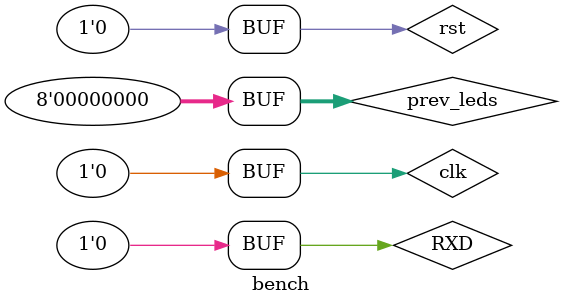
<source format=v>
module bench();
   reg clk;
   wire rst = 0; 
   wire [7:0] leds;
   reg  RXD = 1'b0;
   wire TXD;

   SOC uut(
     .i_clk(clk),
     .i_rst(rst),
     .o_leds(leds),
     .RXD(RXD),
     .TXD(TXD)
   );
   
   reg[7:0] prev_leds = 0;

   initial begin
      clk = 0;
   end
   always begin        
      #4.9	clk = 1; // half timescale on
      #5		clk = 0; //	half timescale off    
      #0.1;          // some delay       
   end

endmodule 
</source>
